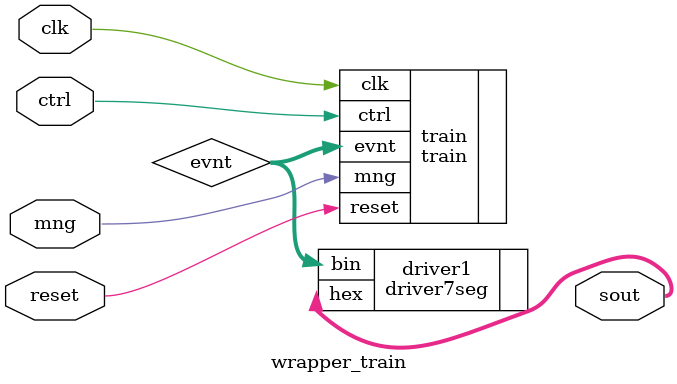
<source format=v>
module wrapper_train (
input clk, reset, ctrl, mng,
output [6*7-1:0] sout
);
wire [3:0] evnt;
train train
(
.clk(clk),
.reset(reset),
.ctrl(ctrl),
.mng(mng),
.evnt(evnt)
);
driver7seg driver1
(
.bin(evnt),
.hex(sout)
);
endmodule

</source>
